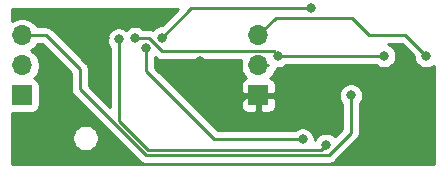
<source format=gbr>
%TF.GenerationSoftware,KiCad,Pcbnew,(5.1.6)-1*%
%TF.CreationDate,2021-02-04T13:42:59-06:00*%
%TF.ProjectId,Pikatea SD card Module,50696b61-7465-4612-9053-442063617264,rev?*%
%TF.SameCoordinates,Original*%
%TF.FileFunction,Copper,L2,Bot*%
%TF.FilePolarity,Positive*%
%FSLAX46Y46*%
G04 Gerber Fmt 4.6, Leading zero omitted, Abs format (unit mm)*
G04 Created by KiCad (PCBNEW (5.1.6)-1) date 2021-02-04 13:42:59*
%MOMM*%
%LPD*%
G01*
G04 APERTURE LIST*
%TA.AperFunction,ComponentPad*%
%ADD10O,1.700000X1.700000*%
%TD*%
%TA.AperFunction,ComponentPad*%
%ADD11R,1.700000X1.700000*%
%TD*%
%TA.AperFunction,ViaPad*%
%ADD12C,0.800000*%
%TD*%
%TA.AperFunction,Conductor*%
%ADD13C,0.250000*%
%TD*%
%TA.AperFunction,Conductor*%
%ADD14C,0.254000*%
%TD*%
G04 APERTURE END LIST*
D10*
%TO.P,J2,3*%
%TO.N,5v*%
X210500000Y-76420000D03*
%TO.P,J2,2*%
%TO.N,Net-(J2-Pad2)*%
X210500000Y-78960000D03*
D11*
%TO.P,J2,1*%
%TO.N,GND*%
X210500000Y-81500000D03*
%TD*%
D10*
%TO.P,J1,3*%
%TO.N,CS*%
X190500000Y-76420000D03*
%TO.P,J1,2*%
%TO.N,MOSI*%
X190500000Y-78960000D03*
D11*
%TO.P,J1,1*%
%TO.N,SCK*%
X190500000Y-81500000D03*
%TD*%
D12*
%TO.N,GND*%
X207200000Y-83850000D03*
%TO.N,3.3v*%
X212200000Y-78150000D03*
%TO.N,GND*%
X205600000Y-78600000D03*
X197500000Y-76600000D03*
X197550000Y-80900000D03*
X194900000Y-76700000D03*
X223350000Y-84050000D03*
X208300000Y-79000000D03*
%TO.N,3.3v*%
X200050000Y-76650000D03*
X221150000Y-78150000D03*
%TO.N,Net-(U2-Pad3)*%
X201000000Y-77450000D03*
%TO.N,Net-(U2-Pad8)*%
X214950000Y-74125000D03*
X202350000Y-76600000D03*
%TO.N,Net-(U2-Pad6)*%
X198700000Y-76750000D03*
%TO.N,5v*%
X224700000Y-78150000D03*
%TO.N,CS*%
X218350000Y-81500000D03*
%TO.N,Net-(U2-Pad3)*%
X214250000Y-85225000D03*
%TO.N,Net-(U2-Pad6)*%
X216232186Y-85693119D03*
%TD*%
D13*
%TO.N,GND*%
X210500000Y-81500000D02*
X209550000Y-81500000D01*
X209550000Y-81500000D02*
X207200000Y-83850000D01*
%TO.N,3.3v*%
X212200000Y-78150000D02*
X221150000Y-78150000D01*
%TO.N,GND*%
X208500000Y-81500000D02*
X210500000Y-81500000D01*
X205600000Y-78600000D02*
X208500000Y-81500000D01*
X197500000Y-76600000D02*
X197500000Y-80850000D01*
X197500000Y-80850000D02*
X197550000Y-80900000D01*
%TO.N,3.3v*%
X201273002Y-76650000D02*
X200050000Y-76650000D01*
X202373003Y-77750001D02*
X201273002Y-76650000D01*
X212200000Y-78150000D02*
X211800001Y-77750001D01*
X211800001Y-77750001D02*
X202373003Y-77750001D01*
%TO.N,Net-(U2-Pad3)*%
X201000000Y-79450000D02*
X201000000Y-77450000D01*
%TO.N,Net-(U2-Pad8)*%
X214950000Y-74125000D02*
X204825000Y-74125000D01*
X204825000Y-74125000D02*
X202350000Y-76600000D01*
%TO.N,5v*%
X210500000Y-76420000D02*
X212020000Y-74900000D01*
X212020000Y-74900000D02*
X218400000Y-74900000D01*
X218400000Y-74900000D02*
X219900000Y-76400000D01*
X219900000Y-76400000D02*
X222950000Y-76400000D01*
X222950000Y-76400000D02*
X224700000Y-78150000D01*
%TO.N,CS*%
X200956717Y-86543127D02*
X195400000Y-80986410D01*
X216455180Y-86543127D02*
X200956717Y-86543127D01*
X218350000Y-81500000D02*
X218350000Y-84648307D01*
X218350000Y-84648307D02*
X216455180Y-86543127D01*
X195400000Y-80986410D02*
X195400000Y-79300000D01*
X192520000Y-76420000D02*
X190500000Y-76420000D01*
X195400000Y-79300000D02*
X192520000Y-76420000D01*
%TO.N,Net-(U2-Pad3)*%
X206775000Y-85225000D02*
X201000000Y-79450000D01*
X214250000Y-85225000D02*
X206775000Y-85225000D01*
%TO.N,Net-(U2-Pad6)*%
X198700000Y-83650000D02*
X198700000Y-76750000D01*
X201143118Y-86093118D02*
X198700000Y-83650000D01*
X215832187Y-86093118D02*
X201143118Y-86093118D01*
X216232186Y-85693119D02*
X215832187Y-86093118D01*
%TO.N,Net-(J2-Pad2)*%
X210500000Y-78960000D02*
X211360000Y-78960000D01*
%TD*%
D14*
%TO.N,GND*%
G36*
X223665000Y-78189802D02*
G01*
X223665000Y-78251939D01*
X223704774Y-78451898D01*
X223782795Y-78640256D01*
X223896063Y-78809774D01*
X224040226Y-78953937D01*
X224209744Y-79067205D01*
X224398102Y-79145226D01*
X224598061Y-79185000D01*
X224801939Y-79185000D01*
X225001898Y-79145226D01*
X225190256Y-79067205D01*
X225340001Y-78967149D01*
X225340000Y-87340000D01*
X189660000Y-87340000D01*
X189660000Y-84988212D01*
X194735000Y-84988212D01*
X194735000Y-85211788D01*
X194778617Y-85431067D01*
X194864176Y-85637624D01*
X194988388Y-85823520D01*
X195146480Y-85981612D01*
X195332376Y-86105824D01*
X195538933Y-86191383D01*
X195758212Y-86235000D01*
X195981788Y-86235000D01*
X196201067Y-86191383D01*
X196407624Y-86105824D01*
X196593520Y-85981612D01*
X196751612Y-85823520D01*
X196875824Y-85637624D01*
X196961383Y-85431067D01*
X197005000Y-85211788D01*
X197005000Y-84988212D01*
X196961383Y-84768933D01*
X196875824Y-84562376D01*
X196751612Y-84376480D01*
X196593520Y-84218388D01*
X196407624Y-84094176D01*
X196201067Y-84008617D01*
X195981788Y-83965000D01*
X195758212Y-83965000D01*
X195538933Y-84008617D01*
X195332376Y-84094176D01*
X195146480Y-84218388D01*
X194988388Y-84376480D01*
X194864176Y-84562376D01*
X194778617Y-84768933D01*
X194735000Y-84988212D01*
X189660000Y-84988212D01*
X189660000Y-82988072D01*
X191350000Y-82988072D01*
X191474482Y-82975812D01*
X191594180Y-82939502D01*
X191704494Y-82880537D01*
X191801185Y-82801185D01*
X191880537Y-82704494D01*
X191939502Y-82594180D01*
X191975812Y-82474482D01*
X191988072Y-82350000D01*
X191988072Y-80650000D01*
X191975812Y-80525518D01*
X191939502Y-80405820D01*
X191880537Y-80295506D01*
X191801185Y-80198815D01*
X191704494Y-80119463D01*
X191594180Y-80060498D01*
X191521620Y-80038487D01*
X191653475Y-79906632D01*
X191815990Y-79663411D01*
X191927932Y-79393158D01*
X191985000Y-79106260D01*
X191985000Y-78813740D01*
X191927932Y-78526842D01*
X191815990Y-78256589D01*
X191653475Y-78013368D01*
X191446632Y-77806525D01*
X191272240Y-77690000D01*
X191446632Y-77573475D01*
X191653475Y-77366632D01*
X191778178Y-77180000D01*
X192205199Y-77180000D01*
X194640001Y-79614803D01*
X194640000Y-80949087D01*
X194636324Y-80986410D01*
X194640000Y-81023732D01*
X194640000Y-81023742D01*
X194650997Y-81135395D01*
X194674917Y-81214250D01*
X194694454Y-81278656D01*
X194765026Y-81410686D01*
X194804871Y-81459236D01*
X194859999Y-81526411D01*
X194889003Y-81550214D01*
X200392918Y-87054130D01*
X200416716Y-87083128D01*
X200445714Y-87106926D01*
X200532441Y-87178101D01*
X200664470Y-87248673D01*
X200807731Y-87292130D01*
X200956717Y-87306804D01*
X200994050Y-87303127D01*
X216417858Y-87303127D01*
X216455180Y-87306803D01*
X216492502Y-87303127D01*
X216492513Y-87303127D01*
X216604166Y-87292130D01*
X216747427Y-87248673D01*
X216879456Y-87178101D01*
X216995181Y-87083128D01*
X217018984Y-87054124D01*
X218861003Y-85212106D01*
X218890001Y-85188308D01*
X218943548Y-85123061D01*
X218984974Y-85072584D01*
X219055546Y-84940554D01*
X219097962Y-84800724D01*
X219099003Y-84797293D01*
X219110000Y-84685640D01*
X219110000Y-84685631D01*
X219113676Y-84648308D01*
X219110000Y-84610985D01*
X219110000Y-82203711D01*
X219153937Y-82159774D01*
X219267205Y-81990256D01*
X219345226Y-81801898D01*
X219385000Y-81601939D01*
X219385000Y-81398061D01*
X219345226Y-81198102D01*
X219267205Y-81009744D01*
X219153937Y-80840226D01*
X219009774Y-80696063D01*
X218840256Y-80582795D01*
X218651898Y-80504774D01*
X218451939Y-80465000D01*
X218248061Y-80465000D01*
X218048102Y-80504774D01*
X217859744Y-80582795D01*
X217690226Y-80696063D01*
X217546063Y-80840226D01*
X217432795Y-81009744D01*
X217354774Y-81198102D01*
X217315000Y-81398061D01*
X217315000Y-81601939D01*
X217354774Y-81801898D01*
X217432795Y-81990256D01*
X217546063Y-82159774D01*
X217590000Y-82203711D01*
X217590001Y-84333504D01*
X216963142Y-84960364D01*
X216891960Y-84889182D01*
X216722442Y-84775914D01*
X216534084Y-84697893D01*
X216334125Y-84658119D01*
X216130247Y-84658119D01*
X215930288Y-84697893D01*
X215741930Y-84775914D01*
X215572412Y-84889182D01*
X215428249Y-85033345D01*
X215314981Y-85202863D01*
X215285000Y-85275243D01*
X215285000Y-85123061D01*
X215245226Y-84923102D01*
X215167205Y-84734744D01*
X215053937Y-84565226D01*
X214909774Y-84421063D01*
X214740256Y-84307795D01*
X214551898Y-84229774D01*
X214351939Y-84190000D01*
X214148061Y-84190000D01*
X213948102Y-84229774D01*
X213759744Y-84307795D01*
X213590226Y-84421063D01*
X213546289Y-84465000D01*
X207089802Y-84465000D01*
X204974802Y-82350000D01*
X209011928Y-82350000D01*
X209024188Y-82474482D01*
X209060498Y-82594180D01*
X209119463Y-82704494D01*
X209198815Y-82801185D01*
X209295506Y-82880537D01*
X209405820Y-82939502D01*
X209525518Y-82975812D01*
X209650000Y-82988072D01*
X210214250Y-82985000D01*
X210373000Y-82826250D01*
X210373000Y-81627000D01*
X210627000Y-81627000D01*
X210627000Y-82826250D01*
X210785750Y-82985000D01*
X211350000Y-82988072D01*
X211474482Y-82975812D01*
X211594180Y-82939502D01*
X211704494Y-82880537D01*
X211801185Y-82801185D01*
X211880537Y-82704494D01*
X211939502Y-82594180D01*
X211975812Y-82474482D01*
X211988072Y-82350000D01*
X211985000Y-81785750D01*
X211826250Y-81627000D01*
X210627000Y-81627000D01*
X210373000Y-81627000D01*
X209173750Y-81627000D01*
X209015000Y-81785750D01*
X209011928Y-82350000D01*
X204974802Y-82350000D01*
X201760000Y-79135199D01*
X201760000Y-78211800D01*
X201809203Y-78261003D01*
X201833002Y-78290002D01*
X201948727Y-78384975D01*
X202080756Y-78455547D01*
X202224017Y-78499004D01*
X202335670Y-78510001D01*
X202335679Y-78510001D01*
X202373002Y-78513677D01*
X202410325Y-78510001D01*
X209079044Y-78510001D01*
X209072068Y-78526842D01*
X209015000Y-78813740D01*
X209015000Y-79106260D01*
X209072068Y-79393158D01*
X209184010Y-79663411D01*
X209346525Y-79906632D01*
X209478380Y-80038487D01*
X209405820Y-80060498D01*
X209295506Y-80119463D01*
X209198815Y-80198815D01*
X209119463Y-80295506D01*
X209060498Y-80405820D01*
X209024188Y-80525518D01*
X209011928Y-80650000D01*
X209015000Y-81214250D01*
X209173750Y-81373000D01*
X210373000Y-81373000D01*
X210373000Y-81353000D01*
X210627000Y-81353000D01*
X210627000Y-81373000D01*
X211826250Y-81373000D01*
X211985000Y-81214250D01*
X211988072Y-80650000D01*
X211975812Y-80525518D01*
X211939502Y-80405820D01*
X211880537Y-80295506D01*
X211801185Y-80198815D01*
X211704494Y-80119463D01*
X211594180Y-80060498D01*
X211521620Y-80038487D01*
X211653475Y-79906632D01*
X211815990Y-79663411D01*
X211875269Y-79520298D01*
X211900001Y-79500001D01*
X211994974Y-79384276D01*
X212065546Y-79252247D01*
X212086634Y-79182727D01*
X212098061Y-79185000D01*
X212301939Y-79185000D01*
X212501898Y-79145226D01*
X212690256Y-79067205D01*
X212859774Y-78953937D01*
X212903711Y-78910000D01*
X220446289Y-78910000D01*
X220490226Y-78953937D01*
X220659744Y-79067205D01*
X220848102Y-79145226D01*
X221048061Y-79185000D01*
X221251939Y-79185000D01*
X221451898Y-79145226D01*
X221640256Y-79067205D01*
X221809774Y-78953937D01*
X221953937Y-78809774D01*
X222067205Y-78640256D01*
X222145226Y-78451898D01*
X222185000Y-78251939D01*
X222185000Y-78048061D01*
X222145226Y-77848102D01*
X222067205Y-77659744D01*
X221953937Y-77490226D01*
X221809774Y-77346063D01*
X221640256Y-77232795D01*
X221464515Y-77160000D01*
X222635199Y-77160000D01*
X223665000Y-78189802D01*
G37*
X223665000Y-78189802D02*
X223665000Y-78251939D01*
X223704774Y-78451898D01*
X223782795Y-78640256D01*
X223896063Y-78809774D01*
X224040226Y-78953937D01*
X224209744Y-79067205D01*
X224398102Y-79145226D01*
X224598061Y-79185000D01*
X224801939Y-79185000D01*
X225001898Y-79145226D01*
X225190256Y-79067205D01*
X225340001Y-78967149D01*
X225340000Y-87340000D01*
X189660000Y-87340000D01*
X189660000Y-84988212D01*
X194735000Y-84988212D01*
X194735000Y-85211788D01*
X194778617Y-85431067D01*
X194864176Y-85637624D01*
X194988388Y-85823520D01*
X195146480Y-85981612D01*
X195332376Y-86105824D01*
X195538933Y-86191383D01*
X195758212Y-86235000D01*
X195981788Y-86235000D01*
X196201067Y-86191383D01*
X196407624Y-86105824D01*
X196593520Y-85981612D01*
X196751612Y-85823520D01*
X196875824Y-85637624D01*
X196961383Y-85431067D01*
X197005000Y-85211788D01*
X197005000Y-84988212D01*
X196961383Y-84768933D01*
X196875824Y-84562376D01*
X196751612Y-84376480D01*
X196593520Y-84218388D01*
X196407624Y-84094176D01*
X196201067Y-84008617D01*
X195981788Y-83965000D01*
X195758212Y-83965000D01*
X195538933Y-84008617D01*
X195332376Y-84094176D01*
X195146480Y-84218388D01*
X194988388Y-84376480D01*
X194864176Y-84562376D01*
X194778617Y-84768933D01*
X194735000Y-84988212D01*
X189660000Y-84988212D01*
X189660000Y-82988072D01*
X191350000Y-82988072D01*
X191474482Y-82975812D01*
X191594180Y-82939502D01*
X191704494Y-82880537D01*
X191801185Y-82801185D01*
X191880537Y-82704494D01*
X191939502Y-82594180D01*
X191975812Y-82474482D01*
X191988072Y-82350000D01*
X191988072Y-80650000D01*
X191975812Y-80525518D01*
X191939502Y-80405820D01*
X191880537Y-80295506D01*
X191801185Y-80198815D01*
X191704494Y-80119463D01*
X191594180Y-80060498D01*
X191521620Y-80038487D01*
X191653475Y-79906632D01*
X191815990Y-79663411D01*
X191927932Y-79393158D01*
X191985000Y-79106260D01*
X191985000Y-78813740D01*
X191927932Y-78526842D01*
X191815990Y-78256589D01*
X191653475Y-78013368D01*
X191446632Y-77806525D01*
X191272240Y-77690000D01*
X191446632Y-77573475D01*
X191653475Y-77366632D01*
X191778178Y-77180000D01*
X192205199Y-77180000D01*
X194640001Y-79614803D01*
X194640000Y-80949087D01*
X194636324Y-80986410D01*
X194640000Y-81023732D01*
X194640000Y-81023742D01*
X194650997Y-81135395D01*
X194674917Y-81214250D01*
X194694454Y-81278656D01*
X194765026Y-81410686D01*
X194804871Y-81459236D01*
X194859999Y-81526411D01*
X194889003Y-81550214D01*
X200392918Y-87054130D01*
X200416716Y-87083128D01*
X200445714Y-87106926D01*
X200532441Y-87178101D01*
X200664470Y-87248673D01*
X200807731Y-87292130D01*
X200956717Y-87306804D01*
X200994050Y-87303127D01*
X216417858Y-87303127D01*
X216455180Y-87306803D01*
X216492502Y-87303127D01*
X216492513Y-87303127D01*
X216604166Y-87292130D01*
X216747427Y-87248673D01*
X216879456Y-87178101D01*
X216995181Y-87083128D01*
X217018984Y-87054124D01*
X218861003Y-85212106D01*
X218890001Y-85188308D01*
X218943548Y-85123061D01*
X218984974Y-85072584D01*
X219055546Y-84940554D01*
X219097962Y-84800724D01*
X219099003Y-84797293D01*
X219110000Y-84685640D01*
X219110000Y-84685631D01*
X219113676Y-84648308D01*
X219110000Y-84610985D01*
X219110000Y-82203711D01*
X219153937Y-82159774D01*
X219267205Y-81990256D01*
X219345226Y-81801898D01*
X219385000Y-81601939D01*
X219385000Y-81398061D01*
X219345226Y-81198102D01*
X219267205Y-81009744D01*
X219153937Y-80840226D01*
X219009774Y-80696063D01*
X218840256Y-80582795D01*
X218651898Y-80504774D01*
X218451939Y-80465000D01*
X218248061Y-80465000D01*
X218048102Y-80504774D01*
X217859744Y-80582795D01*
X217690226Y-80696063D01*
X217546063Y-80840226D01*
X217432795Y-81009744D01*
X217354774Y-81198102D01*
X217315000Y-81398061D01*
X217315000Y-81601939D01*
X217354774Y-81801898D01*
X217432795Y-81990256D01*
X217546063Y-82159774D01*
X217590000Y-82203711D01*
X217590001Y-84333504D01*
X216963142Y-84960364D01*
X216891960Y-84889182D01*
X216722442Y-84775914D01*
X216534084Y-84697893D01*
X216334125Y-84658119D01*
X216130247Y-84658119D01*
X215930288Y-84697893D01*
X215741930Y-84775914D01*
X215572412Y-84889182D01*
X215428249Y-85033345D01*
X215314981Y-85202863D01*
X215285000Y-85275243D01*
X215285000Y-85123061D01*
X215245226Y-84923102D01*
X215167205Y-84734744D01*
X215053937Y-84565226D01*
X214909774Y-84421063D01*
X214740256Y-84307795D01*
X214551898Y-84229774D01*
X214351939Y-84190000D01*
X214148061Y-84190000D01*
X213948102Y-84229774D01*
X213759744Y-84307795D01*
X213590226Y-84421063D01*
X213546289Y-84465000D01*
X207089802Y-84465000D01*
X204974802Y-82350000D01*
X209011928Y-82350000D01*
X209024188Y-82474482D01*
X209060498Y-82594180D01*
X209119463Y-82704494D01*
X209198815Y-82801185D01*
X209295506Y-82880537D01*
X209405820Y-82939502D01*
X209525518Y-82975812D01*
X209650000Y-82988072D01*
X210214250Y-82985000D01*
X210373000Y-82826250D01*
X210373000Y-81627000D01*
X210627000Y-81627000D01*
X210627000Y-82826250D01*
X210785750Y-82985000D01*
X211350000Y-82988072D01*
X211474482Y-82975812D01*
X211594180Y-82939502D01*
X211704494Y-82880537D01*
X211801185Y-82801185D01*
X211880537Y-82704494D01*
X211939502Y-82594180D01*
X211975812Y-82474482D01*
X211988072Y-82350000D01*
X211985000Y-81785750D01*
X211826250Y-81627000D01*
X210627000Y-81627000D01*
X210373000Y-81627000D01*
X209173750Y-81627000D01*
X209015000Y-81785750D01*
X209011928Y-82350000D01*
X204974802Y-82350000D01*
X201760000Y-79135199D01*
X201760000Y-78211800D01*
X201809203Y-78261003D01*
X201833002Y-78290002D01*
X201948727Y-78384975D01*
X202080756Y-78455547D01*
X202224017Y-78499004D01*
X202335670Y-78510001D01*
X202335679Y-78510001D01*
X202373002Y-78513677D01*
X202410325Y-78510001D01*
X209079044Y-78510001D01*
X209072068Y-78526842D01*
X209015000Y-78813740D01*
X209015000Y-79106260D01*
X209072068Y-79393158D01*
X209184010Y-79663411D01*
X209346525Y-79906632D01*
X209478380Y-80038487D01*
X209405820Y-80060498D01*
X209295506Y-80119463D01*
X209198815Y-80198815D01*
X209119463Y-80295506D01*
X209060498Y-80405820D01*
X209024188Y-80525518D01*
X209011928Y-80650000D01*
X209015000Y-81214250D01*
X209173750Y-81373000D01*
X210373000Y-81373000D01*
X210373000Y-81353000D01*
X210627000Y-81353000D01*
X210627000Y-81373000D01*
X211826250Y-81373000D01*
X211985000Y-81214250D01*
X211988072Y-80650000D01*
X211975812Y-80525518D01*
X211939502Y-80405820D01*
X211880537Y-80295506D01*
X211801185Y-80198815D01*
X211704494Y-80119463D01*
X211594180Y-80060498D01*
X211521620Y-80038487D01*
X211653475Y-79906632D01*
X211815990Y-79663411D01*
X211875269Y-79520298D01*
X211900001Y-79500001D01*
X211994974Y-79384276D01*
X212065546Y-79252247D01*
X212086634Y-79182727D01*
X212098061Y-79185000D01*
X212301939Y-79185000D01*
X212501898Y-79145226D01*
X212690256Y-79067205D01*
X212859774Y-78953937D01*
X212903711Y-78910000D01*
X220446289Y-78910000D01*
X220490226Y-78953937D01*
X220659744Y-79067205D01*
X220848102Y-79145226D01*
X221048061Y-79185000D01*
X221251939Y-79185000D01*
X221451898Y-79145226D01*
X221640256Y-79067205D01*
X221809774Y-78953937D01*
X221953937Y-78809774D01*
X222067205Y-78640256D01*
X222145226Y-78451898D01*
X222185000Y-78251939D01*
X222185000Y-78048061D01*
X222145226Y-77848102D01*
X222067205Y-77659744D01*
X221953937Y-77490226D01*
X221809774Y-77346063D01*
X221640256Y-77232795D01*
X221464515Y-77160000D01*
X222635199Y-77160000D01*
X223665000Y-78189802D01*
G36*
X202310199Y-75565000D02*
G01*
X202248061Y-75565000D01*
X202048102Y-75604774D01*
X201859744Y-75682795D01*
X201690226Y-75796063D01*
X201547284Y-75939005D01*
X201421988Y-75900997D01*
X201310335Y-75890000D01*
X201310324Y-75890000D01*
X201273002Y-75886324D01*
X201235680Y-75890000D01*
X200753711Y-75890000D01*
X200709774Y-75846063D01*
X200540256Y-75732795D01*
X200351898Y-75654774D01*
X200151939Y-75615000D01*
X199948061Y-75615000D01*
X199748102Y-75654774D01*
X199559744Y-75732795D01*
X199390226Y-75846063D01*
X199318083Y-75918206D01*
X199190256Y-75832795D01*
X199001898Y-75754774D01*
X198801939Y-75715000D01*
X198598061Y-75715000D01*
X198398102Y-75754774D01*
X198209744Y-75832795D01*
X198040226Y-75946063D01*
X197896063Y-76090226D01*
X197782795Y-76259744D01*
X197704774Y-76448102D01*
X197665000Y-76648061D01*
X197665000Y-76851939D01*
X197704774Y-77051898D01*
X197782795Y-77240256D01*
X197896063Y-77409774D01*
X197940001Y-77453712D01*
X197940000Y-82451609D01*
X196160000Y-80671609D01*
X196160000Y-79337322D01*
X196163676Y-79299999D01*
X196160000Y-79262676D01*
X196160000Y-79262667D01*
X196149003Y-79151014D01*
X196105546Y-79007753D01*
X196080021Y-78960000D01*
X196034974Y-78875723D01*
X195963799Y-78788997D01*
X195940001Y-78759999D01*
X195911003Y-78736201D01*
X193083804Y-75909003D01*
X193060001Y-75879999D01*
X192944276Y-75785026D01*
X192812247Y-75714454D01*
X192668986Y-75670997D01*
X192557333Y-75660000D01*
X192557322Y-75660000D01*
X192520000Y-75656324D01*
X192482678Y-75660000D01*
X191778178Y-75660000D01*
X191653475Y-75473368D01*
X191446632Y-75266525D01*
X191203411Y-75104010D01*
X190933158Y-74992068D01*
X190646260Y-74935000D01*
X190353740Y-74935000D01*
X190066842Y-74992068D01*
X189796589Y-75104010D01*
X189660000Y-75195276D01*
X189660000Y-74160000D01*
X203715198Y-74160000D01*
X202310199Y-75565000D01*
G37*
X202310199Y-75565000D02*
X202248061Y-75565000D01*
X202048102Y-75604774D01*
X201859744Y-75682795D01*
X201690226Y-75796063D01*
X201547284Y-75939005D01*
X201421988Y-75900997D01*
X201310335Y-75890000D01*
X201310324Y-75890000D01*
X201273002Y-75886324D01*
X201235680Y-75890000D01*
X200753711Y-75890000D01*
X200709774Y-75846063D01*
X200540256Y-75732795D01*
X200351898Y-75654774D01*
X200151939Y-75615000D01*
X199948061Y-75615000D01*
X199748102Y-75654774D01*
X199559744Y-75732795D01*
X199390226Y-75846063D01*
X199318083Y-75918206D01*
X199190256Y-75832795D01*
X199001898Y-75754774D01*
X198801939Y-75715000D01*
X198598061Y-75715000D01*
X198398102Y-75754774D01*
X198209744Y-75832795D01*
X198040226Y-75946063D01*
X197896063Y-76090226D01*
X197782795Y-76259744D01*
X197704774Y-76448102D01*
X197665000Y-76648061D01*
X197665000Y-76851939D01*
X197704774Y-77051898D01*
X197782795Y-77240256D01*
X197896063Y-77409774D01*
X197940001Y-77453712D01*
X197940000Y-82451609D01*
X196160000Y-80671609D01*
X196160000Y-79337322D01*
X196163676Y-79299999D01*
X196160000Y-79262676D01*
X196160000Y-79262667D01*
X196149003Y-79151014D01*
X196105546Y-79007753D01*
X196080021Y-78960000D01*
X196034974Y-78875723D01*
X195963799Y-78788997D01*
X195940001Y-78759999D01*
X195911003Y-78736201D01*
X193083804Y-75909003D01*
X193060001Y-75879999D01*
X192944276Y-75785026D01*
X192812247Y-75714454D01*
X192668986Y-75670997D01*
X192557333Y-75660000D01*
X192557322Y-75660000D01*
X192520000Y-75656324D01*
X192482678Y-75660000D01*
X191778178Y-75660000D01*
X191653475Y-75473368D01*
X191446632Y-75266525D01*
X191203411Y-75104010D01*
X190933158Y-74992068D01*
X190646260Y-74935000D01*
X190353740Y-74935000D01*
X190066842Y-74992068D01*
X189796589Y-75104010D01*
X189660000Y-75195276D01*
X189660000Y-74160000D01*
X203715198Y-74160000D01*
X202310199Y-75565000D01*
%TD*%
M02*

</source>
